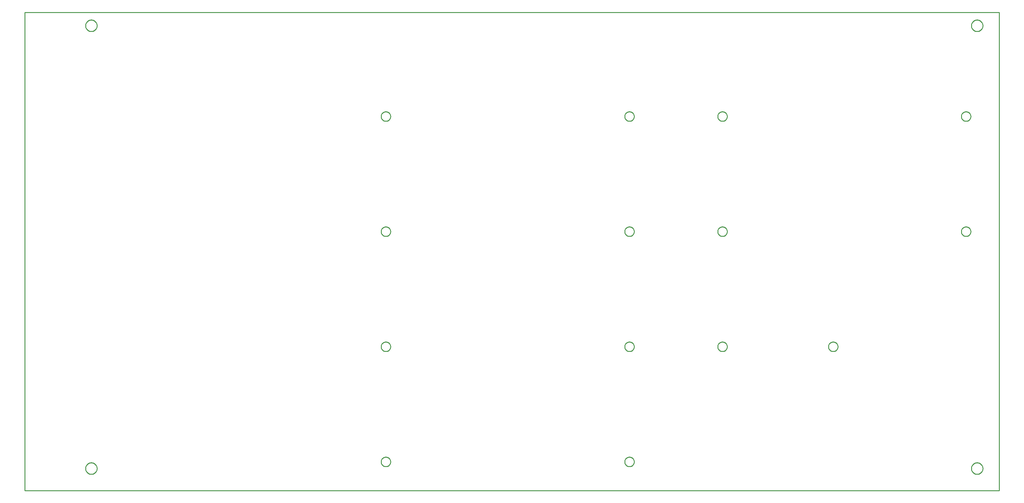
<source format=gbr>
G04 EAGLE Gerber RS-274X export*
G75*
%MOMM*%
%FSLAX34Y34*%
%LPD*%
%IN*%
%IPPOS*%
%AMOC8*
5,1,8,0,0,1.08239X$1,22.5*%
G01*
%ADD10C,0.254000*%


D10*
X0Y0D02*
X2794000Y0D01*
X2794000Y1371600D01*
X0Y1371600D01*
X0Y0D01*
X1747139Y1072665D02*
X1747070Y1071696D01*
X1746932Y1070736D01*
X1746725Y1069787D01*
X1746452Y1068856D01*
X1746113Y1067946D01*
X1745709Y1067063D01*
X1745244Y1066212D01*
X1744719Y1065395D01*
X1744138Y1064618D01*
X1743502Y1063884D01*
X1742816Y1063198D01*
X1742082Y1062562D01*
X1741305Y1061981D01*
X1740488Y1061456D01*
X1739637Y1060991D01*
X1738754Y1060587D01*
X1737844Y1060248D01*
X1736913Y1059975D01*
X1735964Y1059768D01*
X1735004Y1059630D01*
X1734035Y1059561D01*
X1733065Y1059561D01*
X1732096Y1059630D01*
X1731136Y1059768D01*
X1730187Y1059975D01*
X1729256Y1060248D01*
X1728346Y1060587D01*
X1727463Y1060991D01*
X1726612Y1061456D01*
X1725795Y1061981D01*
X1725018Y1062562D01*
X1724284Y1063198D01*
X1723598Y1063884D01*
X1722962Y1064618D01*
X1722381Y1065395D01*
X1721856Y1066212D01*
X1721391Y1067063D01*
X1720987Y1067946D01*
X1720648Y1068856D01*
X1720375Y1069787D01*
X1720168Y1070736D01*
X1720030Y1071696D01*
X1719961Y1072665D01*
X1719961Y1073635D01*
X1720030Y1074604D01*
X1720168Y1075564D01*
X1720375Y1076513D01*
X1720648Y1077444D01*
X1720987Y1078354D01*
X1721391Y1079237D01*
X1721856Y1080088D01*
X1722381Y1080905D01*
X1722962Y1081682D01*
X1723598Y1082416D01*
X1724284Y1083102D01*
X1725018Y1083738D01*
X1725795Y1084319D01*
X1726612Y1084844D01*
X1727463Y1085309D01*
X1728346Y1085713D01*
X1729256Y1086052D01*
X1730187Y1086325D01*
X1731136Y1086532D01*
X1732096Y1086670D01*
X1733065Y1086739D01*
X1734035Y1086739D01*
X1735004Y1086670D01*
X1735964Y1086532D01*
X1736913Y1086325D01*
X1737844Y1086052D01*
X1738754Y1085713D01*
X1739637Y1085309D01*
X1740488Y1084844D01*
X1741305Y1084319D01*
X1742082Y1083738D01*
X1742816Y1083102D01*
X1743502Y1082416D01*
X1744138Y1081682D01*
X1744719Y1080905D01*
X1745244Y1080088D01*
X1745709Y1079237D01*
X1746113Y1078354D01*
X1746452Y1077444D01*
X1746725Y1076513D01*
X1746932Y1075564D01*
X1747070Y1074604D01*
X1747139Y1073635D01*
X1747139Y1072665D01*
X1048639Y1072665D02*
X1048570Y1071696D01*
X1048432Y1070736D01*
X1048225Y1069787D01*
X1047952Y1068856D01*
X1047613Y1067946D01*
X1047209Y1067063D01*
X1046744Y1066212D01*
X1046219Y1065395D01*
X1045638Y1064618D01*
X1045002Y1063884D01*
X1044316Y1063198D01*
X1043582Y1062562D01*
X1042805Y1061981D01*
X1041988Y1061456D01*
X1041137Y1060991D01*
X1040254Y1060587D01*
X1039344Y1060248D01*
X1038413Y1059975D01*
X1037464Y1059768D01*
X1036504Y1059630D01*
X1035535Y1059561D01*
X1034565Y1059561D01*
X1033596Y1059630D01*
X1032636Y1059768D01*
X1031687Y1059975D01*
X1030756Y1060248D01*
X1029846Y1060587D01*
X1028963Y1060991D01*
X1028112Y1061456D01*
X1027295Y1061981D01*
X1026518Y1062562D01*
X1025784Y1063198D01*
X1025098Y1063884D01*
X1024462Y1064618D01*
X1023881Y1065395D01*
X1023356Y1066212D01*
X1022891Y1067063D01*
X1022487Y1067946D01*
X1022148Y1068856D01*
X1021875Y1069787D01*
X1021668Y1070736D01*
X1021530Y1071696D01*
X1021461Y1072665D01*
X1021461Y1073635D01*
X1021530Y1074604D01*
X1021668Y1075564D01*
X1021875Y1076513D01*
X1022148Y1077444D01*
X1022487Y1078354D01*
X1022891Y1079237D01*
X1023356Y1080088D01*
X1023881Y1080905D01*
X1024462Y1081682D01*
X1025098Y1082416D01*
X1025784Y1083102D01*
X1026518Y1083738D01*
X1027295Y1084319D01*
X1028112Y1084844D01*
X1028963Y1085309D01*
X1029846Y1085713D01*
X1030756Y1086052D01*
X1031687Y1086325D01*
X1032636Y1086532D01*
X1033596Y1086670D01*
X1034565Y1086739D01*
X1035535Y1086739D01*
X1036504Y1086670D01*
X1037464Y1086532D01*
X1038413Y1086325D01*
X1039344Y1086052D01*
X1040254Y1085713D01*
X1041137Y1085309D01*
X1041988Y1084844D01*
X1042805Y1084319D01*
X1043582Y1083738D01*
X1044316Y1083102D01*
X1045002Y1082416D01*
X1045638Y1081682D01*
X1046219Y1080905D01*
X1046744Y1080088D01*
X1047209Y1079237D01*
X1047613Y1078354D01*
X1047952Y1077444D01*
X1048225Y1076513D01*
X1048432Y1075564D01*
X1048570Y1074604D01*
X1048639Y1073635D01*
X1048639Y1072665D01*
X1747139Y742465D02*
X1747070Y741496D01*
X1746932Y740536D01*
X1746725Y739587D01*
X1746452Y738656D01*
X1746113Y737746D01*
X1745709Y736863D01*
X1745244Y736012D01*
X1744719Y735195D01*
X1744138Y734418D01*
X1743502Y733684D01*
X1742816Y732998D01*
X1742082Y732362D01*
X1741305Y731781D01*
X1740488Y731256D01*
X1739637Y730791D01*
X1738754Y730387D01*
X1737844Y730048D01*
X1736913Y729775D01*
X1735964Y729568D01*
X1735004Y729430D01*
X1734035Y729361D01*
X1733065Y729361D01*
X1732096Y729430D01*
X1731136Y729568D01*
X1730187Y729775D01*
X1729256Y730048D01*
X1728346Y730387D01*
X1727463Y730791D01*
X1726612Y731256D01*
X1725795Y731781D01*
X1725018Y732362D01*
X1724284Y732998D01*
X1723598Y733684D01*
X1722962Y734418D01*
X1722381Y735195D01*
X1721856Y736012D01*
X1721391Y736863D01*
X1720987Y737746D01*
X1720648Y738656D01*
X1720375Y739587D01*
X1720168Y740536D01*
X1720030Y741496D01*
X1719961Y742465D01*
X1719961Y743435D01*
X1720030Y744404D01*
X1720168Y745364D01*
X1720375Y746313D01*
X1720648Y747244D01*
X1720987Y748154D01*
X1721391Y749037D01*
X1721856Y749888D01*
X1722381Y750705D01*
X1722962Y751482D01*
X1723598Y752216D01*
X1724284Y752902D01*
X1725018Y753538D01*
X1725795Y754119D01*
X1726612Y754644D01*
X1727463Y755109D01*
X1728346Y755513D01*
X1729256Y755852D01*
X1730187Y756125D01*
X1731136Y756332D01*
X1732096Y756470D01*
X1733065Y756539D01*
X1734035Y756539D01*
X1735004Y756470D01*
X1735964Y756332D01*
X1736913Y756125D01*
X1737844Y755852D01*
X1738754Y755513D01*
X1739637Y755109D01*
X1740488Y754644D01*
X1741305Y754119D01*
X1742082Y753538D01*
X1742816Y752902D01*
X1743502Y752216D01*
X1744138Y751482D01*
X1744719Y750705D01*
X1745244Y749888D01*
X1745709Y749037D01*
X1746113Y748154D01*
X1746452Y747244D01*
X1746725Y746313D01*
X1746932Y745364D01*
X1747070Y744404D01*
X1747139Y743435D01*
X1747139Y742465D01*
X1048639Y742465D02*
X1048570Y741496D01*
X1048432Y740536D01*
X1048225Y739587D01*
X1047952Y738656D01*
X1047613Y737746D01*
X1047209Y736863D01*
X1046744Y736012D01*
X1046219Y735195D01*
X1045638Y734418D01*
X1045002Y733684D01*
X1044316Y732998D01*
X1043582Y732362D01*
X1042805Y731781D01*
X1041988Y731256D01*
X1041137Y730791D01*
X1040254Y730387D01*
X1039344Y730048D01*
X1038413Y729775D01*
X1037464Y729568D01*
X1036504Y729430D01*
X1035535Y729361D01*
X1034565Y729361D01*
X1033596Y729430D01*
X1032636Y729568D01*
X1031687Y729775D01*
X1030756Y730048D01*
X1029846Y730387D01*
X1028963Y730791D01*
X1028112Y731256D01*
X1027295Y731781D01*
X1026518Y732362D01*
X1025784Y732998D01*
X1025098Y733684D01*
X1024462Y734418D01*
X1023881Y735195D01*
X1023356Y736012D01*
X1022891Y736863D01*
X1022487Y737746D01*
X1022148Y738656D01*
X1021875Y739587D01*
X1021668Y740536D01*
X1021530Y741496D01*
X1021461Y742465D01*
X1021461Y743435D01*
X1021530Y744404D01*
X1021668Y745364D01*
X1021875Y746313D01*
X1022148Y747244D01*
X1022487Y748154D01*
X1022891Y749037D01*
X1023356Y749888D01*
X1023881Y750705D01*
X1024462Y751482D01*
X1025098Y752216D01*
X1025784Y752902D01*
X1026518Y753538D01*
X1027295Y754119D01*
X1028112Y754644D01*
X1028963Y755109D01*
X1029846Y755513D01*
X1030756Y755852D01*
X1031687Y756125D01*
X1032636Y756332D01*
X1033596Y756470D01*
X1034565Y756539D01*
X1035535Y756539D01*
X1036504Y756470D01*
X1037464Y756332D01*
X1038413Y756125D01*
X1039344Y755852D01*
X1040254Y755513D01*
X1041137Y755109D01*
X1041988Y754644D01*
X1042805Y754119D01*
X1043582Y753538D01*
X1044316Y752902D01*
X1045002Y752216D01*
X1045638Y751482D01*
X1046219Y750705D01*
X1046744Y749888D01*
X1047209Y749037D01*
X1047613Y748154D01*
X1047952Y747244D01*
X1048225Y746313D01*
X1048432Y745364D01*
X1048570Y744404D01*
X1048639Y743435D01*
X1048639Y742465D01*
X1747139Y412265D02*
X1747070Y411296D01*
X1746932Y410336D01*
X1746725Y409387D01*
X1746452Y408456D01*
X1746113Y407546D01*
X1745709Y406663D01*
X1745244Y405812D01*
X1744719Y404995D01*
X1744138Y404218D01*
X1743502Y403484D01*
X1742816Y402798D01*
X1742082Y402162D01*
X1741305Y401581D01*
X1740488Y401056D01*
X1739637Y400591D01*
X1738754Y400187D01*
X1737844Y399848D01*
X1736913Y399575D01*
X1735964Y399368D01*
X1735004Y399230D01*
X1734035Y399161D01*
X1733065Y399161D01*
X1732096Y399230D01*
X1731136Y399368D01*
X1730187Y399575D01*
X1729256Y399848D01*
X1728346Y400187D01*
X1727463Y400591D01*
X1726612Y401056D01*
X1725795Y401581D01*
X1725018Y402162D01*
X1724284Y402798D01*
X1723598Y403484D01*
X1722962Y404218D01*
X1722381Y404995D01*
X1721856Y405812D01*
X1721391Y406663D01*
X1720987Y407546D01*
X1720648Y408456D01*
X1720375Y409387D01*
X1720168Y410336D01*
X1720030Y411296D01*
X1719961Y412265D01*
X1719961Y413235D01*
X1720030Y414204D01*
X1720168Y415164D01*
X1720375Y416113D01*
X1720648Y417044D01*
X1720987Y417954D01*
X1721391Y418837D01*
X1721856Y419688D01*
X1722381Y420505D01*
X1722962Y421282D01*
X1723598Y422016D01*
X1724284Y422702D01*
X1725018Y423338D01*
X1725795Y423919D01*
X1726612Y424444D01*
X1727463Y424909D01*
X1728346Y425313D01*
X1729256Y425652D01*
X1730187Y425925D01*
X1731136Y426132D01*
X1732096Y426270D01*
X1733065Y426339D01*
X1734035Y426339D01*
X1735004Y426270D01*
X1735964Y426132D01*
X1736913Y425925D01*
X1737844Y425652D01*
X1738754Y425313D01*
X1739637Y424909D01*
X1740488Y424444D01*
X1741305Y423919D01*
X1742082Y423338D01*
X1742816Y422702D01*
X1743502Y422016D01*
X1744138Y421282D01*
X1744719Y420505D01*
X1745244Y419688D01*
X1745709Y418837D01*
X1746113Y417954D01*
X1746452Y417044D01*
X1746725Y416113D01*
X1746932Y415164D01*
X1747070Y414204D01*
X1747139Y413235D01*
X1747139Y412265D01*
X1048639Y412265D02*
X1048570Y411296D01*
X1048432Y410336D01*
X1048225Y409387D01*
X1047952Y408456D01*
X1047613Y407546D01*
X1047209Y406663D01*
X1046744Y405812D01*
X1046219Y404995D01*
X1045638Y404218D01*
X1045002Y403484D01*
X1044316Y402798D01*
X1043582Y402162D01*
X1042805Y401581D01*
X1041988Y401056D01*
X1041137Y400591D01*
X1040254Y400187D01*
X1039344Y399848D01*
X1038413Y399575D01*
X1037464Y399368D01*
X1036504Y399230D01*
X1035535Y399161D01*
X1034565Y399161D01*
X1033596Y399230D01*
X1032636Y399368D01*
X1031687Y399575D01*
X1030756Y399848D01*
X1029846Y400187D01*
X1028963Y400591D01*
X1028112Y401056D01*
X1027295Y401581D01*
X1026518Y402162D01*
X1025784Y402798D01*
X1025098Y403484D01*
X1024462Y404218D01*
X1023881Y404995D01*
X1023356Y405812D01*
X1022891Y406663D01*
X1022487Y407546D01*
X1022148Y408456D01*
X1021875Y409387D01*
X1021668Y410336D01*
X1021530Y411296D01*
X1021461Y412265D01*
X1021461Y413235D01*
X1021530Y414204D01*
X1021668Y415164D01*
X1021875Y416113D01*
X1022148Y417044D01*
X1022487Y417954D01*
X1022891Y418837D01*
X1023356Y419688D01*
X1023881Y420505D01*
X1024462Y421282D01*
X1025098Y422016D01*
X1025784Y422702D01*
X1026518Y423338D01*
X1027295Y423919D01*
X1028112Y424444D01*
X1028963Y424909D01*
X1029846Y425313D01*
X1030756Y425652D01*
X1031687Y425925D01*
X1032636Y426132D01*
X1033596Y426270D01*
X1034565Y426339D01*
X1035535Y426339D01*
X1036504Y426270D01*
X1037464Y426132D01*
X1038413Y425925D01*
X1039344Y425652D01*
X1040254Y425313D01*
X1041137Y424909D01*
X1041988Y424444D01*
X1042805Y423919D01*
X1043582Y423338D01*
X1044316Y422702D01*
X1045002Y422016D01*
X1045638Y421282D01*
X1046219Y420505D01*
X1046744Y419688D01*
X1047209Y418837D01*
X1047613Y417954D01*
X1047952Y417044D01*
X1048225Y416113D01*
X1048432Y415164D01*
X1048570Y414204D01*
X1048639Y413235D01*
X1048639Y412265D01*
X1747139Y82065D02*
X1747070Y81096D01*
X1746932Y80136D01*
X1746725Y79187D01*
X1746452Y78256D01*
X1746113Y77346D01*
X1745709Y76463D01*
X1745244Y75612D01*
X1744719Y74795D01*
X1744138Y74018D01*
X1743502Y73284D01*
X1742816Y72598D01*
X1742082Y71962D01*
X1741305Y71381D01*
X1740488Y70856D01*
X1739637Y70391D01*
X1738754Y69987D01*
X1737844Y69648D01*
X1736913Y69375D01*
X1735964Y69168D01*
X1735004Y69030D01*
X1734035Y68961D01*
X1733065Y68961D01*
X1732096Y69030D01*
X1731136Y69168D01*
X1730187Y69375D01*
X1729256Y69648D01*
X1728346Y69987D01*
X1727463Y70391D01*
X1726612Y70856D01*
X1725795Y71381D01*
X1725018Y71962D01*
X1724284Y72598D01*
X1723598Y73284D01*
X1722962Y74018D01*
X1722381Y74795D01*
X1721856Y75612D01*
X1721391Y76463D01*
X1720987Y77346D01*
X1720648Y78256D01*
X1720375Y79187D01*
X1720168Y80136D01*
X1720030Y81096D01*
X1719961Y82065D01*
X1719961Y83035D01*
X1720030Y84004D01*
X1720168Y84964D01*
X1720375Y85913D01*
X1720648Y86844D01*
X1720987Y87754D01*
X1721391Y88637D01*
X1721856Y89488D01*
X1722381Y90305D01*
X1722962Y91082D01*
X1723598Y91816D01*
X1724284Y92502D01*
X1725018Y93138D01*
X1725795Y93719D01*
X1726612Y94244D01*
X1727463Y94709D01*
X1728346Y95113D01*
X1729256Y95452D01*
X1730187Y95725D01*
X1731136Y95932D01*
X1732096Y96070D01*
X1733065Y96139D01*
X1734035Y96139D01*
X1735004Y96070D01*
X1735964Y95932D01*
X1736913Y95725D01*
X1737844Y95452D01*
X1738754Y95113D01*
X1739637Y94709D01*
X1740488Y94244D01*
X1741305Y93719D01*
X1742082Y93138D01*
X1742816Y92502D01*
X1743502Y91816D01*
X1744138Y91082D01*
X1744719Y90305D01*
X1745244Y89488D01*
X1745709Y88637D01*
X1746113Y87754D01*
X1746452Y86844D01*
X1746725Y85913D01*
X1746932Y84964D01*
X1747070Y84004D01*
X1747139Y83035D01*
X1747139Y82065D01*
X1048639Y82065D02*
X1048570Y81096D01*
X1048432Y80136D01*
X1048225Y79187D01*
X1047952Y78256D01*
X1047613Y77346D01*
X1047209Y76463D01*
X1046744Y75612D01*
X1046219Y74795D01*
X1045638Y74018D01*
X1045002Y73284D01*
X1044316Y72598D01*
X1043582Y71962D01*
X1042805Y71381D01*
X1041988Y70856D01*
X1041137Y70391D01*
X1040254Y69987D01*
X1039344Y69648D01*
X1038413Y69375D01*
X1037464Y69168D01*
X1036504Y69030D01*
X1035535Y68961D01*
X1034565Y68961D01*
X1033596Y69030D01*
X1032636Y69168D01*
X1031687Y69375D01*
X1030756Y69648D01*
X1029846Y69987D01*
X1028963Y70391D01*
X1028112Y70856D01*
X1027295Y71381D01*
X1026518Y71962D01*
X1025784Y72598D01*
X1025098Y73284D01*
X1024462Y74018D01*
X1023881Y74795D01*
X1023356Y75612D01*
X1022891Y76463D01*
X1022487Y77346D01*
X1022148Y78256D01*
X1021875Y79187D01*
X1021668Y80136D01*
X1021530Y81096D01*
X1021461Y82065D01*
X1021461Y83035D01*
X1021530Y84004D01*
X1021668Y84964D01*
X1021875Y85913D01*
X1022148Y86844D01*
X1022487Y87754D01*
X1022891Y88637D01*
X1023356Y89488D01*
X1023881Y90305D01*
X1024462Y91082D01*
X1025098Y91816D01*
X1025784Y92502D01*
X1026518Y93138D01*
X1027295Y93719D01*
X1028112Y94244D01*
X1028963Y94709D01*
X1029846Y95113D01*
X1030756Y95452D01*
X1031687Y95725D01*
X1032636Y95932D01*
X1033596Y96070D01*
X1034565Y96139D01*
X1035535Y96139D01*
X1036504Y96070D01*
X1037464Y95932D01*
X1038413Y95725D01*
X1039344Y95452D01*
X1040254Y95113D01*
X1041137Y94709D01*
X1041988Y94244D01*
X1042805Y93719D01*
X1043582Y93138D01*
X1044316Y92502D01*
X1045002Y91816D01*
X1045638Y91082D01*
X1046219Y90305D01*
X1046744Y89488D01*
X1047209Y88637D01*
X1047613Y87754D01*
X1047952Y86844D01*
X1048225Y85913D01*
X1048432Y84964D01*
X1048570Y84004D01*
X1048639Y83035D01*
X1048639Y82065D01*
X2712339Y1072665D02*
X2712270Y1071696D01*
X2712132Y1070736D01*
X2711925Y1069787D01*
X2711652Y1068856D01*
X2711313Y1067946D01*
X2710909Y1067063D01*
X2710444Y1066212D01*
X2709919Y1065395D01*
X2709338Y1064618D01*
X2708702Y1063884D01*
X2708016Y1063198D01*
X2707282Y1062562D01*
X2706505Y1061981D01*
X2705688Y1061456D01*
X2704837Y1060991D01*
X2703954Y1060587D01*
X2703044Y1060248D01*
X2702113Y1059975D01*
X2701164Y1059768D01*
X2700204Y1059630D01*
X2699235Y1059561D01*
X2698265Y1059561D01*
X2697296Y1059630D01*
X2696336Y1059768D01*
X2695387Y1059975D01*
X2694456Y1060248D01*
X2693546Y1060587D01*
X2692663Y1060991D01*
X2691812Y1061456D01*
X2690995Y1061981D01*
X2690218Y1062562D01*
X2689484Y1063198D01*
X2688798Y1063884D01*
X2688162Y1064618D01*
X2687581Y1065395D01*
X2687056Y1066212D01*
X2686591Y1067063D01*
X2686187Y1067946D01*
X2685848Y1068856D01*
X2685575Y1069787D01*
X2685368Y1070736D01*
X2685230Y1071696D01*
X2685161Y1072665D01*
X2685161Y1073635D01*
X2685230Y1074604D01*
X2685368Y1075564D01*
X2685575Y1076513D01*
X2685848Y1077444D01*
X2686187Y1078354D01*
X2686591Y1079237D01*
X2687056Y1080088D01*
X2687581Y1080905D01*
X2688162Y1081682D01*
X2688798Y1082416D01*
X2689484Y1083102D01*
X2690218Y1083738D01*
X2690995Y1084319D01*
X2691812Y1084844D01*
X2692663Y1085309D01*
X2693546Y1085713D01*
X2694456Y1086052D01*
X2695387Y1086325D01*
X2696336Y1086532D01*
X2697296Y1086670D01*
X2698265Y1086739D01*
X2699235Y1086739D01*
X2700204Y1086670D01*
X2701164Y1086532D01*
X2702113Y1086325D01*
X2703044Y1086052D01*
X2703954Y1085713D01*
X2704837Y1085309D01*
X2705688Y1084844D01*
X2706505Y1084319D01*
X2707282Y1083738D01*
X2708016Y1083102D01*
X2708702Y1082416D01*
X2709338Y1081682D01*
X2709919Y1080905D01*
X2710444Y1080088D01*
X2710909Y1079237D01*
X2711313Y1078354D01*
X2711652Y1077444D01*
X2711925Y1076513D01*
X2712132Y1075564D01*
X2712270Y1074604D01*
X2712339Y1073635D01*
X2712339Y1072665D01*
X2013839Y1072665D02*
X2013770Y1071696D01*
X2013632Y1070736D01*
X2013425Y1069787D01*
X2013152Y1068856D01*
X2012813Y1067946D01*
X2012409Y1067063D01*
X2011944Y1066212D01*
X2011419Y1065395D01*
X2010838Y1064618D01*
X2010202Y1063884D01*
X2009516Y1063198D01*
X2008782Y1062562D01*
X2008005Y1061981D01*
X2007188Y1061456D01*
X2006337Y1060991D01*
X2005454Y1060587D01*
X2004544Y1060248D01*
X2003613Y1059975D01*
X2002664Y1059768D01*
X2001704Y1059630D01*
X2000735Y1059561D01*
X1999765Y1059561D01*
X1998796Y1059630D01*
X1997836Y1059768D01*
X1996887Y1059975D01*
X1995956Y1060248D01*
X1995046Y1060587D01*
X1994163Y1060991D01*
X1993312Y1061456D01*
X1992495Y1061981D01*
X1991718Y1062562D01*
X1990984Y1063198D01*
X1990298Y1063884D01*
X1989662Y1064618D01*
X1989081Y1065395D01*
X1988556Y1066212D01*
X1988091Y1067063D01*
X1987687Y1067946D01*
X1987348Y1068856D01*
X1987075Y1069787D01*
X1986868Y1070736D01*
X1986730Y1071696D01*
X1986661Y1072665D01*
X1986661Y1073635D01*
X1986730Y1074604D01*
X1986868Y1075564D01*
X1987075Y1076513D01*
X1987348Y1077444D01*
X1987687Y1078354D01*
X1988091Y1079237D01*
X1988556Y1080088D01*
X1989081Y1080905D01*
X1989662Y1081682D01*
X1990298Y1082416D01*
X1990984Y1083102D01*
X1991718Y1083738D01*
X1992495Y1084319D01*
X1993312Y1084844D01*
X1994163Y1085309D01*
X1995046Y1085713D01*
X1995956Y1086052D01*
X1996887Y1086325D01*
X1997836Y1086532D01*
X1998796Y1086670D01*
X1999765Y1086739D01*
X2000735Y1086739D01*
X2001704Y1086670D01*
X2002664Y1086532D01*
X2003613Y1086325D01*
X2004544Y1086052D01*
X2005454Y1085713D01*
X2006337Y1085309D01*
X2007188Y1084844D01*
X2008005Y1084319D01*
X2008782Y1083738D01*
X2009516Y1083102D01*
X2010202Y1082416D01*
X2010838Y1081682D01*
X2011419Y1080905D01*
X2011944Y1080088D01*
X2012409Y1079237D01*
X2012813Y1078354D01*
X2013152Y1077444D01*
X2013425Y1076513D01*
X2013632Y1075564D01*
X2013770Y1074604D01*
X2013839Y1073635D01*
X2013839Y1072665D01*
X2712339Y742465D02*
X2712270Y741496D01*
X2712132Y740536D01*
X2711925Y739587D01*
X2711652Y738656D01*
X2711313Y737746D01*
X2710909Y736863D01*
X2710444Y736012D01*
X2709919Y735195D01*
X2709338Y734418D01*
X2708702Y733684D01*
X2708016Y732998D01*
X2707282Y732362D01*
X2706505Y731781D01*
X2705688Y731256D01*
X2704837Y730791D01*
X2703954Y730387D01*
X2703044Y730048D01*
X2702113Y729775D01*
X2701164Y729568D01*
X2700204Y729430D01*
X2699235Y729361D01*
X2698265Y729361D01*
X2697296Y729430D01*
X2696336Y729568D01*
X2695387Y729775D01*
X2694456Y730048D01*
X2693546Y730387D01*
X2692663Y730791D01*
X2691812Y731256D01*
X2690995Y731781D01*
X2690218Y732362D01*
X2689484Y732998D01*
X2688798Y733684D01*
X2688162Y734418D01*
X2687581Y735195D01*
X2687056Y736012D01*
X2686591Y736863D01*
X2686187Y737746D01*
X2685848Y738656D01*
X2685575Y739587D01*
X2685368Y740536D01*
X2685230Y741496D01*
X2685161Y742465D01*
X2685161Y743435D01*
X2685230Y744404D01*
X2685368Y745364D01*
X2685575Y746313D01*
X2685848Y747244D01*
X2686187Y748154D01*
X2686591Y749037D01*
X2687056Y749888D01*
X2687581Y750705D01*
X2688162Y751482D01*
X2688798Y752216D01*
X2689484Y752902D01*
X2690218Y753538D01*
X2690995Y754119D01*
X2691812Y754644D01*
X2692663Y755109D01*
X2693546Y755513D01*
X2694456Y755852D01*
X2695387Y756125D01*
X2696336Y756332D01*
X2697296Y756470D01*
X2698265Y756539D01*
X2699235Y756539D01*
X2700204Y756470D01*
X2701164Y756332D01*
X2702113Y756125D01*
X2703044Y755852D01*
X2703954Y755513D01*
X2704837Y755109D01*
X2705688Y754644D01*
X2706505Y754119D01*
X2707282Y753538D01*
X2708016Y752902D01*
X2708702Y752216D01*
X2709338Y751482D01*
X2709919Y750705D01*
X2710444Y749888D01*
X2710909Y749037D01*
X2711313Y748154D01*
X2711652Y747244D01*
X2711925Y746313D01*
X2712132Y745364D01*
X2712270Y744404D01*
X2712339Y743435D01*
X2712339Y742465D01*
X2013839Y742465D02*
X2013770Y741496D01*
X2013632Y740536D01*
X2013425Y739587D01*
X2013152Y738656D01*
X2012813Y737746D01*
X2012409Y736863D01*
X2011944Y736012D01*
X2011419Y735195D01*
X2010838Y734418D01*
X2010202Y733684D01*
X2009516Y732998D01*
X2008782Y732362D01*
X2008005Y731781D01*
X2007188Y731256D01*
X2006337Y730791D01*
X2005454Y730387D01*
X2004544Y730048D01*
X2003613Y729775D01*
X2002664Y729568D01*
X2001704Y729430D01*
X2000735Y729361D01*
X1999765Y729361D01*
X1998796Y729430D01*
X1997836Y729568D01*
X1996887Y729775D01*
X1995956Y730048D01*
X1995046Y730387D01*
X1994163Y730791D01*
X1993312Y731256D01*
X1992495Y731781D01*
X1991718Y732362D01*
X1990984Y732998D01*
X1990298Y733684D01*
X1989662Y734418D01*
X1989081Y735195D01*
X1988556Y736012D01*
X1988091Y736863D01*
X1987687Y737746D01*
X1987348Y738656D01*
X1987075Y739587D01*
X1986868Y740536D01*
X1986730Y741496D01*
X1986661Y742465D01*
X1986661Y743435D01*
X1986730Y744404D01*
X1986868Y745364D01*
X1987075Y746313D01*
X1987348Y747244D01*
X1987687Y748154D01*
X1988091Y749037D01*
X1988556Y749888D01*
X1989081Y750705D01*
X1989662Y751482D01*
X1990298Y752216D01*
X1990984Y752902D01*
X1991718Y753538D01*
X1992495Y754119D01*
X1993312Y754644D01*
X1994163Y755109D01*
X1995046Y755513D01*
X1995956Y755852D01*
X1996887Y756125D01*
X1997836Y756332D01*
X1998796Y756470D01*
X1999765Y756539D01*
X2000735Y756539D01*
X2001704Y756470D01*
X2002664Y756332D01*
X2003613Y756125D01*
X2004544Y755852D01*
X2005454Y755513D01*
X2006337Y755109D01*
X2007188Y754644D01*
X2008005Y754119D01*
X2008782Y753538D01*
X2009516Y752902D01*
X2010202Y752216D01*
X2010838Y751482D01*
X2011419Y750705D01*
X2011944Y749888D01*
X2012409Y749037D01*
X2012813Y748154D01*
X2013152Y747244D01*
X2013425Y746313D01*
X2013632Y745364D01*
X2013770Y744404D01*
X2013839Y743435D01*
X2013839Y742465D01*
X2331339Y412265D02*
X2331270Y411296D01*
X2331132Y410336D01*
X2330925Y409387D01*
X2330652Y408456D01*
X2330313Y407546D01*
X2329909Y406663D01*
X2329444Y405812D01*
X2328919Y404995D01*
X2328338Y404218D01*
X2327702Y403484D01*
X2327016Y402798D01*
X2326282Y402162D01*
X2325505Y401581D01*
X2324688Y401056D01*
X2323837Y400591D01*
X2322954Y400187D01*
X2322044Y399848D01*
X2321113Y399575D01*
X2320164Y399368D01*
X2319204Y399230D01*
X2318235Y399161D01*
X2317265Y399161D01*
X2316296Y399230D01*
X2315336Y399368D01*
X2314387Y399575D01*
X2313456Y399848D01*
X2312546Y400187D01*
X2311663Y400591D01*
X2310812Y401056D01*
X2309995Y401581D01*
X2309218Y402162D01*
X2308484Y402798D01*
X2307798Y403484D01*
X2307162Y404218D01*
X2306581Y404995D01*
X2306056Y405812D01*
X2305591Y406663D01*
X2305187Y407546D01*
X2304848Y408456D01*
X2304575Y409387D01*
X2304368Y410336D01*
X2304230Y411296D01*
X2304161Y412265D01*
X2304161Y413235D01*
X2304230Y414204D01*
X2304368Y415164D01*
X2304575Y416113D01*
X2304848Y417044D01*
X2305187Y417954D01*
X2305591Y418837D01*
X2306056Y419688D01*
X2306581Y420505D01*
X2307162Y421282D01*
X2307798Y422016D01*
X2308484Y422702D01*
X2309218Y423338D01*
X2309995Y423919D01*
X2310812Y424444D01*
X2311663Y424909D01*
X2312546Y425313D01*
X2313456Y425652D01*
X2314387Y425925D01*
X2315336Y426132D01*
X2316296Y426270D01*
X2317265Y426339D01*
X2318235Y426339D01*
X2319204Y426270D01*
X2320164Y426132D01*
X2321113Y425925D01*
X2322044Y425652D01*
X2322954Y425313D01*
X2323837Y424909D01*
X2324688Y424444D01*
X2325505Y423919D01*
X2326282Y423338D01*
X2327016Y422702D01*
X2327702Y422016D01*
X2328338Y421282D01*
X2328919Y420505D01*
X2329444Y419688D01*
X2329909Y418837D01*
X2330313Y417954D01*
X2330652Y417044D01*
X2330925Y416113D01*
X2331132Y415164D01*
X2331270Y414204D01*
X2331339Y413235D01*
X2331339Y412265D01*
X2013839Y412265D02*
X2013770Y411296D01*
X2013632Y410336D01*
X2013425Y409387D01*
X2013152Y408456D01*
X2012813Y407546D01*
X2012409Y406663D01*
X2011944Y405812D01*
X2011419Y404995D01*
X2010838Y404218D01*
X2010202Y403484D01*
X2009516Y402798D01*
X2008782Y402162D01*
X2008005Y401581D01*
X2007188Y401056D01*
X2006337Y400591D01*
X2005454Y400187D01*
X2004544Y399848D01*
X2003613Y399575D01*
X2002664Y399368D01*
X2001704Y399230D01*
X2000735Y399161D01*
X1999765Y399161D01*
X1998796Y399230D01*
X1997836Y399368D01*
X1996887Y399575D01*
X1995956Y399848D01*
X1995046Y400187D01*
X1994163Y400591D01*
X1993312Y401056D01*
X1992495Y401581D01*
X1991718Y402162D01*
X1990984Y402798D01*
X1990298Y403484D01*
X1989662Y404218D01*
X1989081Y404995D01*
X1988556Y405812D01*
X1988091Y406663D01*
X1987687Y407546D01*
X1987348Y408456D01*
X1987075Y409387D01*
X1986868Y410336D01*
X1986730Y411296D01*
X1986661Y412265D01*
X1986661Y413235D01*
X1986730Y414204D01*
X1986868Y415164D01*
X1987075Y416113D01*
X1987348Y417044D01*
X1987687Y417954D01*
X1988091Y418837D01*
X1988556Y419688D01*
X1989081Y420505D01*
X1989662Y421282D01*
X1990298Y422016D01*
X1990984Y422702D01*
X1991718Y423338D01*
X1992495Y423919D01*
X1993312Y424444D01*
X1994163Y424909D01*
X1995046Y425313D01*
X1995956Y425652D01*
X1996887Y425925D01*
X1997836Y426132D01*
X1998796Y426270D01*
X1999765Y426339D01*
X2000735Y426339D01*
X2001704Y426270D01*
X2002664Y426132D01*
X2003613Y425925D01*
X2004544Y425652D01*
X2005454Y425313D01*
X2006337Y424909D01*
X2007188Y424444D01*
X2008005Y423919D01*
X2008782Y423338D01*
X2009516Y422702D01*
X2010202Y422016D01*
X2010838Y421282D01*
X2011419Y420505D01*
X2011944Y419688D01*
X2012409Y418837D01*
X2012813Y417954D01*
X2013152Y417044D01*
X2013425Y416113D01*
X2013632Y415164D01*
X2013770Y414204D01*
X2013839Y413235D01*
X2013839Y412265D01*
X207010Y62960D02*
X206939Y61881D01*
X206798Y60809D01*
X206587Y59749D01*
X206308Y58705D01*
X205960Y57681D01*
X205546Y56683D01*
X205068Y55713D01*
X204528Y54777D01*
X203927Y53878D01*
X203269Y53021D01*
X202557Y52208D01*
X201792Y51444D01*
X200979Y50731D01*
X200122Y50073D01*
X199223Y49472D01*
X198287Y48932D01*
X197317Y48454D01*
X196319Y48040D01*
X195295Y47692D01*
X194251Y47413D01*
X193191Y47202D01*
X192119Y47061D01*
X191040Y46990D01*
X189960Y46990D01*
X188881Y47061D01*
X187809Y47202D01*
X186749Y47413D01*
X185705Y47692D01*
X184681Y48040D01*
X183683Y48454D01*
X182713Y48932D01*
X181777Y49472D01*
X180878Y50073D01*
X180021Y50731D01*
X179208Y51444D01*
X178444Y52208D01*
X177731Y53021D01*
X177073Y53878D01*
X176472Y54777D01*
X175932Y55713D01*
X175454Y56683D01*
X175040Y57681D01*
X174692Y58705D01*
X174413Y59749D01*
X174202Y60809D01*
X174061Y61881D01*
X173990Y62960D01*
X173990Y64040D01*
X174061Y65119D01*
X174202Y66191D01*
X174413Y67251D01*
X174692Y68295D01*
X175040Y69319D01*
X175454Y70317D01*
X175932Y71287D01*
X176472Y72223D01*
X177073Y73122D01*
X177731Y73979D01*
X178444Y74792D01*
X179208Y75557D01*
X180021Y76269D01*
X180878Y76927D01*
X181777Y77528D01*
X182713Y78068D01*
X183683Y78546D01*
X184681Y78960D01*
X185705Y79308D01*
X186749Y79587D01*
X187809Y79798D01*
X188881Y79939D01*
X189960Y80010D01*
X191040Y80010D01*
X192119Y79939D01*
X193191Y79798D01*
X194251Y79587D01*
X195295Y79308D01*
X196319Y78960D01*
X197317Y78546D01*
X198287Y78068D01*
X199223Y77528D01*
X200122Y76927D01*
X200979Y76269D01*
X201792Y75557D01*
X202557Y74792D01*
X203269Y73979D01*
X203927Y73122D01*
X204528Y72223D01*
X205068Y71287D01*
X205546Y70317D01*
X205960Y69319D01*
X206308Y68295D01*
X206587Y67251D01*
X206798Y66191D01*
X206939Y65119D01*
X207010Y64040D01*
X207010Y62960D01*
X207010Y1332960D02*
X206939Y1331881D01*
X206798Y1330809D01*
X206587Y1329749D01*
X206308Y1328705D01*
X205960Y1327681D01*
X205546Y1326683D01*
X205068Y1325713D01*
X204528Y1324777D01*
X203927Y1323878D01*
X203269Y1323021D01*
X202557Y1322208D01*
X201792Y1321444D01*
X200979Y1320731D01*
X200122Y1320073D01*
X199223Y1319472D01*
X198287Y1318932D01*
X197317Y1318454D01*
X196319Y1318040D01*
X195295Y1317692D01*
X194251Y1317413D01*
X193191Y1317202D01*
X192119Y1317061D01*
X191040Y1316990D01*
X189960Y1316990D01*
X188881Y1317061D01*
X187809Y1317202D01*
X186749Y1317413D01*
X185705Y1317692D01*
X184681Y1318040D01*
X183683Y1318454D01*
X182713Y1318932D01*
X181777Y1319472D01*
X180878Y1320073D01*
X180021Y1320731D01*
X179208Y1321444D01*
X178444Y1322208D01*
X177731Y1323021D01*
X177073Y1323878D01*
X176472Y1324777D01*
X175932Y1325713D01*
X175454Y1326683D01*
X175040Y1327681D01*
X174692Y1328705D01*
X174413Y1329749D01*
X174202Y1330809D01*
X174061Y1331881D01*
X173990Y1332960D01*
X173990Y1334040D01*
X174061Y1335119D01*
X174202Y1336191D01*
X174413Y1337251D01*
X174692Y1338295D01*
X175040Y1339319D01*
X175454Y1340317D01*
X175932Y1341287D01*
X176472Y1342223D01*
X177073Y1343122D01*
X177731Y1343979D01*
X178444Y1344792D01*
X179208Y1345557D01*
X180021Y1346269D01*
X180878Y1346927D01*
X181777Y1347528D01*
X182713Y1348068D01*
X183683Y1348546D01*
X184681Y1348960D01*
X185705Y1349308D01*
X186749Y1349587D01*
X187809Y1349798D01*
X188881Y1349939D01*
X189960Y1350010D01*
X191040Y1350010D01*
X192119Y1349939D01*
X193191Y1349798D01*
X194251Y1349587D01*
X195295Y1349308D01*
X196319Y1348960D01*
X197317Y1348546D01*
X198287Y1348068D01*
X199223Y1347528D01*
X200122Y1346927D01*
X200979Y1346269D01*
X201792Y1345557D01*
X202557Y1344792D01*
X203269Y1343979D01*
X203927Y1343122D01*
X204528Y1342223D01*
X205068Y1341287D01*
X205546Y1340317D01*
X205960Y1339319D01*
X206308Y1338295D01*
X206587Y1337251D01*
X206798Y1336191D01*
X206939Y1335119D01*
X207010Y1334040D01*
X207010Y1332960D01*
X2747010Y1332960D02*
X2746939Y1331881D01*
X2746798Y1330809D01*
X2746587Y1329749D01*
X2746308Y1328705D01*
X2745960Y1327681D01*
X2745546Y1326683D01*
X2745068Y1325713D01*
X2744528Y1324777D01*
X2743927Y1323878D01*
X2743269Y1323021D01*
X2742557Y1322208D01*
X2741792Y1321444D01*
X2740979Y1320731D01*
X2740122Y1320073D01*
X2739223Y1319472D01*
X2738287Y1318932D01*
X2737317Y1318454D01*
X2736319Y1318040D01*
X2735295Y1317692D01*
X2734251Y1317413D01*
X2733191Y1317202D01*
X2732119Y1317061D01*
X2731040Y1316990D01*
X2729960Y1316990D01*
X2728881Y1317061D01*
X2727809Y1317202D01*
X2726749Y1317413D01*
X2725705Y1317692D01*
X2724681Y1318040D01*
X2723683Y1318454D01*
X2722713Y1318932D01*
X2721777Y1319472D01*
X2720878Y1320073D01*
X2720021Y1320731D01*
X2719208Y1321444D01*
X2718444Y1322208D01*
X2717731Y1323021D01*
X2717073Y1323878D01*
X2716472Y1324777D01*
X2715932Y1325713D01*
X2715454Y1326683D01*
X2715040Y1327681D01*
X2714692Y1328705D01*
X2714413Y1329749D01*
X2714202Y1330809D01*
X2714061Y1331881D01*
X2713990Y1332960D01*
X2713990Y1334040D01*
X2714061Y1335119D01*
X2714202Y1336191D01*
X2714413Y1337251D01*
X2714692Y1338295D01*
X2715040Y1339319D01*
X2715454Y1340317D01*
X2715932Y1341287D01*
X2716472Y1342223D01*
X2717073Y1343122D01*
X2717731Y1343979D01*
X2718444Y1344792D01*
X2719208Y1345557D01*
X2720021Y1346269D01*
X2720878Y1346927D01*
X2721777Y1347528D01*
X2722713Y1348068D01*
X2723683Y1348546D01*
X2724681Y1348960D01*
X2725705Y1349308D01*
X2726749Y1349587D01*
X2727809Y1349798D01*
X2728881Y1349939D01*
X2729960Y1350010D01*
X2731040Y1350010D01*
X2732119Y1349939D01*
X2733191Y1349798D01*
X2734251Y1349587D01*
X2735295Y1349308D01*
X2736319Y1348960D01*
X2737317Y1348546D01*
X2738287Y1348068D01*
X2739223Y1347528D01*
X2740122Y1346927D01*
X2740979Y1346269D01*
X2741792Y1345557D01*
X2742557Y1344792D01*
X2743269Y1343979D01*
X2743927Y1343122D01*
X2744528Y1342223D01*
X2745068Y1341287D01*
X2745546Y1340317D01*
X2745960Y1339319D01*
X2746308Y1338295D01*
X2746587Y1337251D01*
X2746798Y1336191D01*
X2746939Y1335119D01*
X2747010Y1334040D01*
X2747010Y1332960D01*
X2747010Y62960D02*
X2746939Y61881D01*
X2746798Y60809D01*
X2746587Y59749D01*
X2746308Y58705D01*
X2745960Y57681D01*
X2745546Y56683D01*
X2745068Y55713D01*
X2744528Y54777D01*
X2743927Y53878D01*
X2743269Y53021D01*
X2742557Y52208D01*
X2741792Y51444D01*
X2740979Y50731D01*
X2740122Y50073D01*
X2739223Y49472D01*
X2738287Y48932D01*
X2737317Y48454D01*
X2736319Y48040D01*
X2735295Y47692D01*
X2734251Y47413D01*
X2733191Y47202D01*
X2732119Y47061D01*
X2731040Y46990D01*
X2729960Y46990D01*
X2728881Y47061D01*
X2727809Y47202D01*
X2726749Y47413D01*
X2725705Y47692D01*
X2724681Y48040D01*
X2723683Y48454D01*
X2722713Y48932D01*
X2721777Y49472D01*
X2720878Y50073D01*
X2720021Y50731D01*
X2719208Y51444D01*
X2718444Y52208D01*
X2717731Y53021D01*
X2717073Y53878D01*
X2716472Y54777D01*
X2715932Y55713D01*
X2715454Y56683D01*
X2715040Y57681D01*
X2714692Y58705D01*
X2714413Y59749D01*
X2714202Y60809D01*
X2714061Y61881D01*
X2713990Y62960D01*
X2713990Y64040D01*
X2714061Y65119D01*
X2714202Y66191D01*
X2714413Y67251D01*
X2714692Y68295D01*
X2715040Y69319D01*
X2715454Y70317D01*
X2715932Y71287D01*
X2716472Y72223D01*
X2717073Y73122D01*
X2717731Y73979D01*
X2718444Y74792D01*
X2719208Y75557D01*
X2720021Y76269D01*
X2720878Y76927D01*
X2721777Y77528D01*
X2722713Y78068D01*
X2723683Y78546D01*
X2724681Y78960D01*
X2725705Y79308D01*
X2726749Y79587D01*
X2727809Y79798D01*
X2728881Y79939D01*
X2729960Y80010D01*
X2731040Y80010D01*
X2732119Y79939D01*
X2733191Y79798D01*
X2734251Y79587D01*
X2735295Y79308D01*
X2736319Y78960D01*
X2737317Y78546D01*
X2738287Y78068D01*
X2739223Y77528D01*
X2740122Y76927D01*
X2740979Y76269D01*
X2741792Y75557D01*
X2742557Y74792D01*
X2743269Y73979D01*
X2743927Y73122D01*
X2744528Y72223D01*
X2745068Y71287D01*
X2745546Y70317D01*
X2745960Y69319D01*
X2746308Y68295D01*
X2746587Y67251D01*
X2746798Y66191D01*
X2746939Y65119D01*
X2747010Y64040D01*
X2747010Y62960D01*
M02*

</source>
